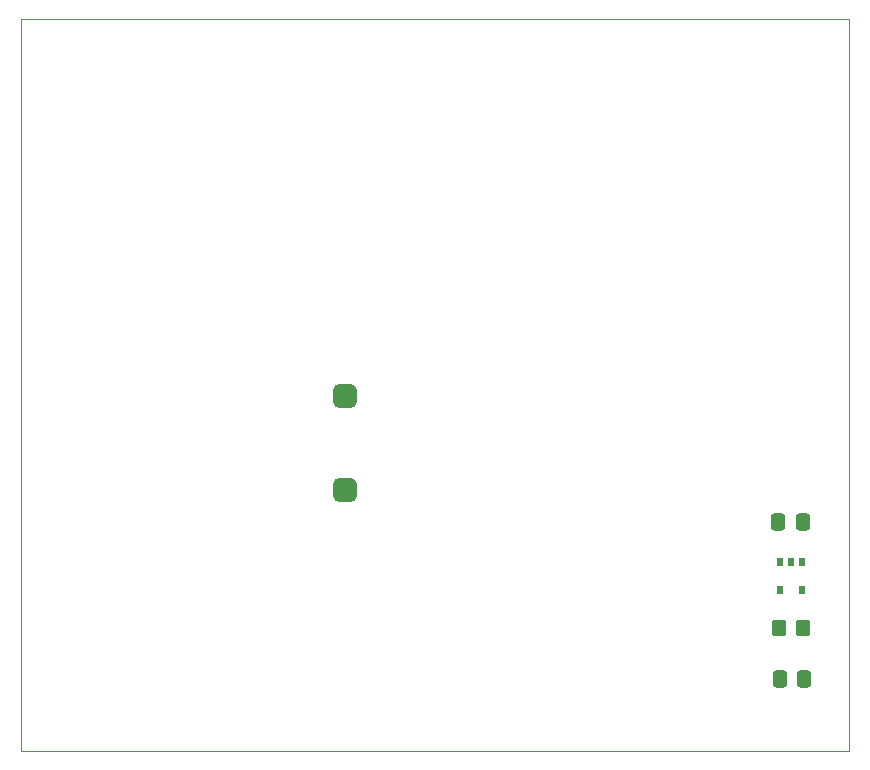
<source format=gbr>
%TF.GenerationSoftware,KiCad,Pcbnew,6.0.9+dfsg-1*%
%TF.CreationDate,2023-01-27T09:36:51-08:00*%
%TF.ProjectId,led_matrix_32x64_kicad,6c65645f-6d61-4747-9269-785f33327836,rev?*%
%TF.SameCoordinates,PX2efe460PY2edf448*%
%TF.FileFunction,Paste,Top*%
%TF.FilePolarity,Positive*%
%FSLAX46Y46*%
G04 Gerber Fmt 4.6, Leading zero omitted, Abs format (unit mm)*
G04 Created by KiCad (PCBNEW 6.0.9+dfsg-1) date 2023-01-27 09:36:51*
%MOMM*%
%LPD*%
G01*
G04 APERTURE LIST*
G04 Aperture macros list*
%AMRoundRect*
0 Rectangle with rounded corners*
0 $1 Rounding radius*
0 $2 $3 $4 $5 $6 $7 $8 $9 X,Y pos of 4 corners*
0 Add a 4 corners polygon primitive as box body*
4,1,4,$2,$3,$4,$5,$6,$7,$8,$9,$2,$3,0*
0 Add four circle primitives for the rounded corners*
1,1,$1+$1,$2,$3*
1,1,$1+$1,$4,$5*
1,1,$1+$1,$6,$7*
1,1,$1+$1,$8,$9*
0 Add four rect primitives between the rounded corners*
20,1,$1+$1,$2,$3,$4,$5,0*
20,1,$1+$1,$4,$5,$6,$7,0*
20,1,$1+$1,$6,$7,$8,$9,0*
20,1,$1+$1,$8,$9,$2,$3,0*%
G04 Aperture macros list end*
%TA.AperFunction,Profile*%
%ADD10C,0.100000*%
%TD*%
%ADD11RoundRect,0.250000X0.337500X0.475000X-0.337500X0.475000X-0.337500X-0.475000X0.337500X-0.475000X0*%
%ADD12R,0.510000X0.700000*%
%ADD13RoundRect,0.250000X-0.350000X-0.450000X0.350000X-0.450000X0.350000X0.450000X-0.350000X0.450000X0*%
%ADD14RoundRect,0.500000X0.500000X0.500000X-0.500000X0.500000X-0.500000X-0.500000X0.500000X-0.500000X0*%
G04 APERTURE END LIST*
D10*
X0Y0D02*
X70104000Y0D01*
X70104000Y0D02*
X70104000Y-61976000D01*
X0Y-61976000D02*
X70104000Y-61976000D01*
X0Y0D02*
X0Y-61976000D01*
D11*
%TO.C,C3*%
X66294000Y-55880000D03*
X64219000Y-55880000D03*
%TD*%
D12*
%TO.C,U2*%
X66101000Y-45978500D03*
X65151000Y-45978500D03*
X64201000Y-45978500D03*
X64201000Y-48298500D03*
X66101000Y-48298500D03*
%TD*%
D13*
%TO.C,R1*%
X64167000Y-51583500D03*
X66167000Y-51583500D03*
%TD*%
D14*
%TO.C,SW3*%
X27432000Y-31877000D03*
X27432000Y-39877000D03*
%TD*%
D11*
%TO.C,C2*%
X66167000Y-42545000D03*
X64092000Y-42545000D03*
%TD*%
M02*

</source>
